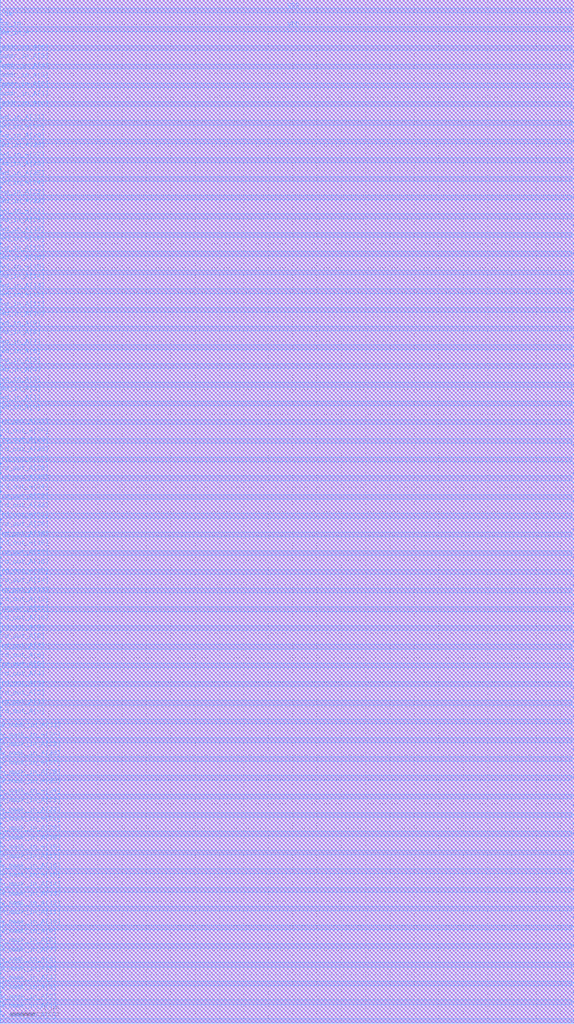
<source format=lef>
# Generated by FakeRAM 2.0
VERSION 5.7 ;
BUSBITCHARS "[]" ;
PROPERTYDEFINITIONS
  MACRO width INTEGER ;
  MACRO depth INTEGER ;
  MACRO banks INTEGER ;
END PROPERTYDEFINITIONS
MACRO fakeram7_dp_128x32
  PROPERTY width 32 ;
  PROPERTY depth 128 ;
  PROPERTY banks 2 ;
  FOREIGN fakeram7_dp_128x32 0 0 ;
  SYMMETRY X Y ;
  SIZE 11.780 BY 21.000 ;
  CLASS BLOCK ;
  PIN w_mask_in_A[0]
    DIRECTION INPUT ;
    USE SIGNAL ;
    SHAPE ABUTMENT ;
    PORT
      LAYER M4 ;
      RECT 0.000 0.048 0.024 0.072 ;
    END
  END w_mask_in_A[0]
  PIN w_mask_in_B[0]
    DIRECTION INPUT ;
    USE SIGNAL ;
    SHAPE ABUTMENT ;
    PORT
      LAYER M4 ;
      RECT 11.756 0.048 11.780 0.072 ;
    END
  END w_mask_in_B[0]
  PIN w_mask_in_A[1]
    DIRECTION INPUT ;
    USE SIGNAL ;
    SHAPE ABUTMENT ;
    PORT
      LAYER M4 ;
      RECT 0.000 0.240 0.024 0.264 ;
    END
  END w_mask_in_A[1]
  PIN w_mask_in_B[1]
    DIRECTION INPUT ;
    USE SIGNAL ;
    SHAPE ABUTMENT ;
    PORT
      LAYER M4 ;
      RECT 11.756 0.240 11.780 0.264 ;
    END
  END w_mask_in_B[1]
  PIN w_mask_in_A[2]
    DIRECTION INPUT ;
    USE SIGNAL ;
    SHAPE ABUTMENT ;
    PORT
      LAYER M4 ;
      RECT 0.000 0.432 0.024 0.456 ;
    END
  END w_mask_in_A[2]
  PIN w_mask_in_B[2]
    DIRECTION INPUT ;
    USE SIGNAL ;
    SHAPE ABUTMENT ;
    PORT
      LAYER M4 ;
      RECT 11.756 0.432 11.780 0.456 ;
    END
  END w_mask_in_B[2]
  PIN w_mask_in_A[3]
    DIRECTION INPUT ;
    USE SIGNAL ;
    SHAPE ABUTMENT ;
    PORT
      LAYER M4 ;
      RECT 0.000 0.624 0.024 0.648 ;
    END
  END w_mask_in_A[3]
  PIN w_mask_in_B[3]
    DIRECTION INPUT ;
    USE SIGNAL ;
    SHAPE ABUTMENT ;
    PORT
      LAYER M4 ;
      RECT 11.756 0.624 11.780 0.648 ;
    END
  END w_mask_in_B[3]
  PIN w_mask_in_A[4]
    DIRECTION INPUT ;
    USE SIGNAL ;
    SHAPE ABUTMENT ;
    PORT
      LAYER M4 ;
      RECT 0.000 0.816 0.024 0.840 ;
    END
  END w_mask_in_A[4]
  PIN w_mask_in_B[4]
    DIRECTION INPUT ;
    USE SIGNAL ;
    SHAPE ABUTMENT ;
    PORT
      LAYER M4 ;
      RECT 11.756 0.816 11.780 0.840 ;
    END
  END w_mask_in_B[4]
  PIN w_mask_in_A[5]
    DIRECTION INPUT ;
    USE SIGNAL ;
    SHAPE ABUTMENT ;
    PORT
      LAYER M4 ;
      RECT 0.000 1.008 0.024 1.032 ;
    END
  END w_mask_in_A[5]
  PIN w_mask_in_B[5]
    DIRECTION INPUT ;
    USE SIGNAL ;
    SHAPE ABUTMENT ;
    PORT
      LAYER M4 ;
      RECT 11.756 1.008 11.780 1.032 ;
    END
  END w_mask_in_B[5]
  PIN w_mask_in_A[6]
    DIRECTION INPUT ;
    USE SIGNAL ;
    SHAPE ABUTMENT ;
    PORT
      LAYER M4 ;
      RECT 0.000 1.200 0.024 1.224 ;
    END
  END w_mask_in_A[6]
  PIN w_mask_in_B[6]
    DIRECTION INPUT ;
    USE SIGNAL ;
    SHAPE ABUTMENT ;
    PORT
      LAYER M4 ;
      RECT 11.756 1.200 11.780 1.224 ;
    END
  END w_mask_in_B[6]
  PIN w_mask_in_A[7]
    DIRECTION INPUT ;
    USE SIGNAL ;
    SHAPE ABUTMENT ;
    PORT
      LAYER M4 ;
      RECT 0.000 1.392 0.024 1.416 ;
    END
  END w_mask_in_A[7]
  PIN w_mask_in_B[7]
    DIRECTION INPUT ;
    USE SIGNAL ;
    SHAPE ABUTMENT ;
    PORT
      LAYER M4 ;
      RECT 11.756 1.392 11.780 1.416 ;
    END
  END w_mask_in_B[7]
  PIN w_mask_in_A[8]
    DIRECTION INPUT ;
    USE SIGNAL ;
    SHAPE ABUTMENT ;
    PORT
      LAYER M4 ;
      RECT 0.000 1.584 0.024 1.608 ;
    END
  END w_mask_in_A[8]
  PIN w_mask_in_B[8]
    DIRECTION INPUT ;
    USE SIGNAL ;
    SHAPE ABUTMENT ;
    PORT
      LAYER M4 ;
      RECT 11.756 1.584 11.780 1.608 ;
    END
  END w_mask_in_B[8]
  PIN w_mask_in_A[9]
    DIRECTION INPUT ;
    USE SIGNAL ;
    SHAPE ABUTMENT ;
    PORT
      LAYER M4 ;
      RECT 0.000 1.776 0.024 1.800 ;
    END
  END w_mask_in_A[9]
  PIN w_mask_in_B[9]
    DIRECTION INPUT ;
    USE SIGNAL ;
    SHAPE ABUTMENT ;
    PORT
      LAYER M4 ;
      RECT 11.756 1.776 11.780 1.800 ;
    END
  END w_mask_in_B[9]
  PIN w_mask_in_A[10]
    DIRECTION INPUT ;
    USE SIGNAL ;
    SHAPE ABUTMENT ;
    PORT
      LAYER M4 ;
      RECT 0.000 1.968 0.024 1.992 ;
    END
  END w_mask_in_A[10]
  PIN w_mask_in_B[10]
    DIRECTION INPUT ;
    USE SIGNAL ;
    SHAPE ABUTMENT ;
    PORT
      LAYER M4 ;
      RECT 11.756 1.968 11.780 1.992 ;
    END
  END w_mask_in_B[10]
  PIN w_mask_in_A[11]
    DIRECTION INPUT ;
    USE SIGNAL ;
    SHAPE ABUTMENT ;
    PORT
      LAYER M4 ;
      RECT 0.000 2.160 0.024 2.184 ;
    END
  END w_mask_in_A[11]
  PIN w_mask_in_B[11]
    DIRECTION INPUT ;
    USE SIGNAL ;
    SHAPE ABUTMENT ;
    PORT
      LAYER M4 ;
      RECT 11.756 2.160 11.780 2.184 ;
    END
  END w_mask_in_B[11]
  PIN w_mask_in_A[12]
    DIRECTION INPUT ;
    USE SIGNAL ;
    SHAPE ABUTMENT ;
    PORT
      LAYER M4 ;
      RECT 0.000 2.352 0.024 2.376 ;
    END
  END w_mask_in_A[12]
  PIN w_mask_in_B[12]
    DIRECTION INPUT ;
    USE SIGNAL ;
    SHAPE ABUTMENT ;
    PORT
      LAYER M4 ;
      RECT 11.756 2.352 11.780 2.376 ;
    END
  END w_mask_in_B[12]
  PIN w_mask_in_A[13]
    DIRECTION INPUT ;
    USE SIGNAL ;
    SHAPE ABUTMENT ;
    PORT
      LAYER M4 ;
      RECT 0.000 2.544 0.024 2.568 ;
    END
  END w_mask_in_A[13]
  PIN w_mask_in_B[13]
    DIRECTION INPUT ;
    USE SIGNAL ;
    SHAPE ABUTMENT ;
    PORT
      LAYER M4 ;
      RECT 11.756 2.544 11.780 2.568 ;
    END
  END w_mask_in_B[13]
  PIN w_mask_in_A[14]
    DIRECTION INPUT ;
    USE SIGNAL ;
    SHAPE ABUTMENT ;
    PORT
      LAYER M4 ;
      RECT 0.000 2.736 0.024 2.760 ;
    END
  END w_mask_in_A[14]
  PIN w_mask_in_B[14]
    DIRECTION INPUT ;
    USE SIGNAL ;
    SHAPE ABUTMENT ;
    PORT
      LAYER M4 ;
      RECT 11.756 2.736 11.780 2.760 ;
    END
  END w_mask_in_B[14]
  PIN w_mask_in_A[15]
    DIRECTION INPUT ;
    USE SIGNAL ;
    SHAPE ABUTMENT ;
    PORT
      LAYER M4 ;
      RECT 0.000 2.928 0.024 2.952 ;
    END
  END w_mask_in_A[15]
  PIN w_mask_in_B[15]
    DIRECTION INPUT ;
    USE SIGNAL ;
    SHAPE ABUTMENT ;
    PORT
      LAYER M4 ;
      RECT 11.756 2.928 11.780 2.952 ;
    END
  END w_mask_in_B[15]
  PIN w_mask_in_A[16]
    DIRECTION INPUT ;
    USE SIGNAL ;
    SHAPE ABUTMENT ;
    PORT
      LAYER M4 ;
      RECT 0.000 3.120 0.024 3.144 ;
    END
  END w_mask_in_A[16]
  PIN w_mask_in_B[16]
    DIRECTION INPUT ;
    USE SIGNAL ;
    SHAPE ABUTMENT ;
    PORT
      LAYER M4 ;
      RECT 11.756 3.120 11.780 3.144 ;
    END
  END w_mask_in_B[16]
  PIN w_mask_in_A[17]
    DIRECTION INPUT ;
    USE SIGNAL ;
    SHAPE ABUTMENT ;
    PORT
      LAYER M4 ;
      RECT 0.000 3.312 0.024 3.336 ;
    END
  END w_mask_in_A[17]
  PIN w_mask_in_B[17]
    DIRECTION INPUT ;
    USE SIGNAL ;
    SHAPE ABUTMENT ;
    PORT
      LAYER M4 ;
      RECT 11.756 3.312 11.780 3.336 ;
    END
  END w_mask_in_B[17]
  PIN w_mask_in_A[18]
    DIRECTION INPUT ;
    USE SIGNAL ;
    SHAPE ABUTMENT ;
    PORT
      LAYER M4 ;
      RECT 0.000 3.504 0.024 3.528 ;
    END
  END w_mask_in_A[18]
  PIN w_mask_in_B[18]
    DIRECTION INPUT ;
    USE SIGNAL ;
    SHAPE ABUTMENT ;
    PORT
      LAYER M4 ;
      RECT 11.756 3.504 11.780 3.528 ;
    END
  END w_mask_in_B[18]
  PIN w_mask_in_A[19]
    DIRECTION INPUT ;
    USE SIGNAL ;
    SHAPE ABUTMENT ;
    PORT
      LAYER M4 ;
      RECT 0.000 3.696 0.024 3.720 ;
    END
  END w_mask_in_A[19]
  PIN w_mask_in_B[19]
    DIRECTION INPUT ;
    USE SIGNAL ;
    SHAPE ABUTMENT ;
    PORT
      LAYER M4 ;
      RECT 11.756 3.696 11.780 3.720 ;
    END
  END w_mask_in_B[19]
  PIN w_mask_in_A[20]
    DIRECTION INPUT ;
    USE SIGNAL ;
    SHAPE ABUTMENT ;
    PORT
      LAYER M4 ;
      RECT 0.000 3.888 0.024 3.912 ;
    END
  END w_mask_in_A[20]
  PIN w_mask_in_B[20]
    DIRECTION INPUT ;
    USE SIGNAL ;
    SHAPE ABUTMENT ;
    PORT
      LAYER M4 ;
      RECT 11.756 3.888 11.780 3.912 ;
    END
  END w_mask_in_B[20]
  PIN w_mask_in_A[21]
    DIRECTION INPUT ;
    USE SIGNAL ;
    SHAPE ABUTMENT ;
    PORT
      LAYER M4 ;
      RECT 0.000 4.080 0.024 4.104 ;
    END
  END w_mask_in_A[21]
  PIN w_mask_in_B[21]
    DIRECTION INPUT ;
    USE SIGNAL ;
    SHAPE ABUTMENT ;
    PORT
      LAYER M4 ;
      RECT 11.756 4.080 11.780 4.104 ;
    END
  END w_mask_in_B[21]
  PIN w_mask_in_A[22]
    DIRECTION INPUT ;
    USE SIGNAL ;
    SHAPE ABUTMENT ;
    PORT
      LAYER M4 ;
      RECT 0.000 4.272 0.024 4.296 ;
    END
  END w_mask_in_A[22]
  PIN w_mask_in_B[22]
    DIRECTION INPUT ;
    USE SIGNAL ;
    SHAPE ABUTMENT ;
    PORT
      LAYER M4 ;
      RECT 11.756 4.272 11.780 4.296 ;
    END
  END w_mask_in_B[22]
  PIN w_mask_in_A[23]
    DIRECTION INPUT ;
    USE SIGNAL ;
    SHAPE ABUTMENT ;
    PORT
      LAYER M4 ;
      RECT 0.000 4.464 0.024 4.488 ;
    END
  END w_mask_in_A[23]
  PIN w_mask_in_B[23]
    DIRECTION INPUT ;
    USE SIGNAL ;
    SHAPE ABUTMENT ;
    PORT
      LAYER M4 ;
      RECT 11.756 4.464 11.780 4.488 ;
    END
  END w_mask_in_B[23]
  PIN w_mask_in_A[24]
    DIRECTION INPUT ;
    USE SIGNAL ;
    SHAPE ABUTMENT ;
    PORT
      LAYER M4 ;
      RECT 0.000 4.656 0.024 4.680 ;
    END
  END w_mask_in_A[24]
  PIN w_mask_in_B[24]
    DIRECTION INPUT ;
    USE SIGNAL ;
    SHAPE ABUTMENT ;
    PORT
      LAYER M4 ;
      RECT 11.756 4.656 11.780 4.680 ;
    END
  END w_mask_in_B[24]
  PIN w_mask_in_A[25]
    DIRECTION INPUT ;
    USE SIGNAL ;
    SHAPE ABUTMENT ;
    PORT
      LAYER M4 ;
      RECT 0.000 4.848 0.024 4.872 ;
    END
  END w_mask_in_A[25]
  PIN w_mask_in_B[25]
    DIRECTION INPUT ;
    USE SIGNAL ;
    SHAPE ABUTMENT ;
    PORT
      LAYER M4 ;
      RECT 11.756 4.848 11.780 4.872 ;
    END
  END w_mask_in_B[25]
  PIN w_mask_in_A[26]
    DIRECTION INPUT ;
    USE SIGNAL ;
    SHAPE ABUTMENT ;
    PORT
      LAYER M4 ;
      RECT 0.000 5.040 0.024 5.064 ;
    END
  END w_mask_in_A[26]
  PIN w_mask_in_B[26]
    DIRECTION INPUT ;
    USE SIGNAL ;
    SHAPE ABUTMENT ;
    PORT
      LAYER M4 ;
      RECT 11.756 5.040 11.780 5.064 ;
    END
  END w_mask_in_B[26]
  PIN w_mask_in_A[27]
    DIRECTION INPUT ;
    USE SIGNAL ;
    SHAPE ABUTMENT ;
    PORT
      LAYER M4 ;
      RECT 0.000 5.232 0.024 5.256 ;
    END
  END w_mask_in_A[27]
  PIN w_mask_in_B[27]
    DIRECTION INPUT ;
    USE SIGNAL ;
    SHAPE ABUTMENT ;
    PORT
      LAYER M4 ;
      RECT 11.756 5.232 11.780 5.256 ;
    END
  END w_mask_in_B[27]
  PIN w_mask_in_A[28]
    DIRECTION INPUT ;
    USE SIGNAL ;
    SHAPE ABUTMENT ;
    PORT
      LAYER M4 ;
      RECT 0.000 5.424 0.024 5.448 ;
    END
  END w_mask_in_A[28]
  PIN w_mask_in_B[28]
    DIRECTION INPUT ;
    USE SIGNAL ;
    SHAPE ABUTMENT ;
    PORT
      LAYER M4 ;
      RECT 11.756 5.424 11.780 5.448 ;
    END
  END w_mask_in_B[28]
  PIN w_mask_in_A[29]
    DIRECTION INPUT ;
    USE SIGNAL ;
    SHAPE ABUTMENT ;
    PORT
      LAYER M4 ;
      RECT 0.000 5.616 0.024 5.640 ;
    END
  END w_mask_in_A[29]
  PIN w_mask_in_B[29]
    DIRECTION INPUT ;
    USE SIGNAL ;
    SHAPE ABUTMENT ;
    PORT
      LAYER M4 ;
      RECT 11.756 5.616 11.780 5.640 ;
    END
  END w_mask_in_B[29]
  PIN w_mask_in_A[30]
    DIRECTION INPUT ;
    USE SIGNAL ;
    SHAPE ABUTMENT ;
    PORT
      LAYER M4 ;
      RECT 0.000 5.808 0.024 5.832 ;
    END
  END w_mask_in_A[30]
  PIN w_mask_in_B[30]
    DIRECTION INPUT ;
    USE SIGNAL ;
    SHAPE ABUTMENT ;
    PORT
      LAYER M4 ;
      RECT 11.756 5.808 11.780 5.832 ;
    END
  END w_mask_in_B[30]
  PIN w_mask_in_A[31]
    DIRECTION INPUT ;
    USE SIGNAL ;
    SHAPE ABUTMENT ;
    PORT
      LAYER M4 ;
      RECT 0.000 6.000 0.024 6.024 ;
    END
  END w_mask_in_A[31]
  PIN w_mask_in_B[31]
    DIRECTION INPUT ;
    USE SIGNAL ;
    SHAPE ABUTMENT ;
    PORT
      LAYER M4 ;
      RECT 11.756 6.000 11.780 6.024 ;
    END
  END w_mask_in_B[31]
  PIN rd_out_A[0]
    DIRECTION OUTPUT ;
    USE SIGNAL ;
    SHAPE ABUTMENT ;
    PORT
      LAYER M4 ;
      RECT 0.000 6.288 0.024 6.312 ;
    END
  END rd_out_A[0]
  PIN rd_out_B[0]
    DIRECTION OUTPUT ;
    USE SIGNAL ;
    SHAPE ABUTMENT ;
    PORT
      LAYER M4 ;
      RECT 11.756 6.288 11.780 6.312 ;
    END
  END rd_out_B[0]
  PIN rd_out_A[1]
    DIRECTION OUTPUT ;
    USE SIGNAL ;
    SHAPE ABUTMENT ;
    PORT
      LAYER M4 ;
      RECT 0.000 6.480 0.024 6.504 ;
    END
  END rd_out_A[1]
  PIN rd_out_B[1]
    DIRECTION OUTPUT ;
    USE SIGNAL ;
    SHAPE ABUTMENT ;
    PORT
      LAYER M4 ;
      RECT 11.756 6.480 11.780 6.504 ;
    END
  END rd_out_B[1]
  PIN rd_out_A[2]
    DIRECTION OUTPUT ;
    USE SIGNAL ;
    SHAPE ABUTMENT ;
    PORT
      LAYER M4 ;
      RECT 0.000 6.672 0.024 6.696 ;
    END
  END rd_out_A[2]
  PIN rd_out_B[2]
    DIRECTION OUTPUT ;
    USE SIGNAL ;
    SHAPE ABUTMENT ;
    PORT
      LAYER M4 ;
      RECT 11.756 6.672 11.780 6.696 ;
    END
  END rd_out_B[2]
  PIN rd_out_A[3]
    DIRECTION OUTPUT ;
    USE SIGNAL ;
    SHAPE ABUTMENT ;
    PORT
      LAYER M4 ;
      RECT 0.000 6.864 0.024 6.888 ;
    END
  END rd_out_A[3]
  PIN rd_out_B[3]
    DIRECTION OUTPUT ;
    USE SIGNAL ;
    SHAPE ABUTMENT ;
    PORT
      LAYER M4 ;
      RECT 11.756 6.864 11.780 6.888 ;
    END
  END rd_out_B[3]
  PIN rd_out_A[4]
    DIRECTION OUTPUT ;
    USE SIGNAL ;
    SHAPE ABUTMENT ;
    PORT
      LAYER M4 ;
      RECT 0.000 7.056 0.024 7.080 ;
    END
  END rd_out_A[4]
  PIN rd_out_B[4]
    DIRECTION OUTPUT ;
    USE SIGNAL ;
    SHAPE ABUTMENT ;
    PORT
      LAYER M4 ;
      RECT 11.756 7.056 11.780 7.080 ;
    END
  END rd_out_B[4]
  PIN rd_out_A[5]
    DIRECTION OUTPUT ;
    USE SIGNAL ;
    SHAPE ABUTMENT ;
    PORT
      LAYER M4 ;
      RECT 0.000 7.248 0.024 7.272 ;
    END
  END rd_out_A[5]
  PIN rd_out_B[5]
    DIRECTION OUTPUT ;
    USE SIGNAL ;
    SHAPE ABUTMENT ;
    PORT
      LAYER M4 ;
      RECT 11.756 7.248 11.780 7.272 ;
    END
  END rd_out_B[5]
  PIN rd_out_A[6]
    DIRECTION OUTPUT ;
    USE SIGNAL ;
    SHAPE ABUTMENT ;
    PORT
      LAYER M4 ;
      RECT 0.000 7.440 0.024 7.464 ;
    END
  END rd_out_A[6]
  PIN rd_out_B[6]
    DIRECTION OUTPUT ;
    USE SIGNAL ;
    SHAPE ABUTMENT ;
    PORT
      LAYER M4 ;
      RECT 11.756 7.440 11.780 7.464 ;
    END
  END rd_out_B[6]
  PIN rd_out_A[7]
    DIRECTION OUTPUT ;
    USE SIGNAL ;
    SHAPE ABUTMENT ;
    PORT
      LAYER M4 ;
      RECT 0.000 7.632 0.024 7.656 ;
    END
  END rd_out_A[7]
  PIN rd_out_B[7]
    DIRECTION OUTPUT ;
    USE SIGNAL ;
    SHAPE ABUTMENT ;
    PORT
      LAYER M4 ;
      RECT 11.756 7.632 11.780 7.656 ;
    END
  END rd_out_B[7]
  PIN rd_out_A[8]
    DIRECTION OUTPUT ;
    USE SIGNAL ;
    SHAPE ABUTMENT ;
    PORT
      LAYER M4 ;
      RECT 0.000 7.824 0.024 7.848 ;
    END
  END rd_out_A[8]
  PIN rd_out_B[8]
    DIRECTION OUTPUT ;
    USE SIGNAL ;
    SHAPE ABUTMENT ;
    PORT
      LAYER M4 ;
      RECT 11.756 7.824 11.780 7.848 ;
    END
  END rd_out_B[8]
  PIN rd_out_A[9]
    DIRECTION OUTPUT ;
    USE SIGNAL ;
    SHAPE ABUTMENT ;
    PORT
      LAYER M4 ;
      RECT 0.000 8.016 0.024 8.040 ;
    END
  END rd_out_A[9]
  PIN rd_out_B[9]
    DIRECTION OUTPUT ;
    USE SIGNAL ;
    SHAPE ABUTMENT ;
    PORT
      LAYER M4 ;
      RECT 11.756 8.016 11.780 8.040 ;
    END
  END rd_out_B[9]
  PIN rd_out_A[10]
    DIRECTION OUTPUT ;
    USE SIGNAL ;
    SHAPE ABUTMENT ;
    PORT
      LAYER M4 ;
      RECT 0.000 8.208 0.024 8.232 ;
    END
  END rd_out_A[10]
  PIN rd_out_B[10]
    DIRECTION OUTPUT ;
    USE SIGNAL ;
    SHAPE ABUTMENT ;
    PORT
      LAYER M4 ;
      RECT 11.756 8.208 11.780 8.232 ;
    END
  END rd_out_B[10]
  PIN rd_out_A[11]
    DIRECTION OUTPUT ;
    USE SIGNAL ;
    SHAPE ABUTMENT ;
    PORT
      LAYER M4 ;
      RECT 0.000 8.400 0.024 8.424 ;
    END
  END rd_out_A[11]
  PIN rd_out_B[11]
    DIRECTION OUTPUT ;
    USE SIGNAL ;
    SHAPE ABUTMENT ;
    PORT
      LAYER M4 ;
      RECT 11.756 8.400 11.780 8.424 ;
    END
  END rd_out_B[11]
  PIN rd_out_A[12]
    DIRECTION OUTPUT ;
    USE SIGNAL ;
    SHAPE ABUTMENT ;
    PORT
      LAYER M4 ;
      RECT 0.000 8.592 0.024 8.616 ;
    END
  END rd_out_A[12]
  PIN rd_out_B[12]
    DIRECTION OUTPUT ;
    USE SIGNAL ;
    SHAPE ABUTMENT ;
    PORT
      LAYER M4 ;
      RECT 11.756 8.592 11.780 8.616 ;
    END
  END rd_out_B[12]
  PIN rd_out_A[13]
    DIRECTION OUTPUT ;
    USE SIGNAL ;
    SHAPE ABUTMENT ;
    PORT
      LAYER M4 ;
      RECT 0.000 8.784 0.024 8.808 ;
    END
  END rd_out_A[13]
  PIN rd_out_B[13]
    DIRECTION OUTPUT ;
    USE SIGNAL ;
    SHAPE ABUTMENT ;
    PORT
      LAYER M4 ;
      RECT 11.756 8.784 11.780 8.808 ;
    END
  END rd_out_B[13]
  PIN rd_out_A[14]
    DIRECTION OUTPUT ;
    USE SIGNAL ;
    SHAPE ABUTMENT ;
    PORT
      LAYER M4 ;
      RECT 0.000 8.976 0.024 9.000 ;
    END
  END rd_out_A[14]
  PIN rd_out_B[14]
    DIRECTION OUTPUT ;
    USE SIGNAL ;
    SHAPE ABUTMENT ;
    PORT
      LAYER M4 ;
      RECT 11.756 8.976 11.780 9.000 ;
    END
  END rd_out_B[14]
  PIN rd_out_A[15]
    DIRECTION OUTPUT ;
    USE SIGNAL ;
    SHAPE ABUTMENT ;
    PORT
      LAYER M4 ;
      RECT 0.000 9.168 0.024 9.192 ;
    END
  END rd_out_A[15]
  PIN rd_out_B[15]
    DIRECTION OUTPUT ;
    USE SIGNAL ;
    SHAPE ABUTMENT ;
    PORT
      LAYER M4 ;
      RECT 11.756 9.168 11.780 9.192 ;
    END
  END rd_out_B[15]
  PIN rd_out_A[16]
    DIRECTION OUTPUT ;
    USE SIGNAL ;
    SHAPE ABUTMENT ;
    PORT
      LAYER M4 ;
      RECT 0.000 9.360 0.024 9.384 ;
    END
  END rd_out_A[16]
  PIN rd_out_B[16]
    DIRECTION OUTPUT ;
    USE SIGNAL ;
    SHAPE ABUTMENT ;
    PORT
      LAYER M4 ;
      RECT 11.756 9.360 11.780 9.384 ;
    END
  END rd_out_B[16]
  PIN rd_out_A[17]
    DIRECTION OUTPUT ;
    USE SIGNAL ;
    SHAPE ABUTMENT ;
    PORT
      LAYER M4 ;
      RECT 0.000 9.552 0.024 9.576 ;
    END
  END rd_out_A[17]
  PIN rd_out_B[17]
    DIRECTION OUTPUT ;
    USE SIGNAL ;
    SHAPE ABUTMENT ;
    PORT
      LAYER M4 ;
      RECT 11.756 9.552 11.780 9.576 ;
    END
  END rd_out_B[17]
  PIN rd_out_A[18]
    DIRECTION OUTPUT ;
    USE SIGNAL ;
    SHAPE ABUTMENT ;
    PORT
      LAYER M4 ;
      RECT 0.000 9.744 0.024 9.768 ;
    END
  END rd_out_A[18]
  PIN rd_out_B[18]
    DIRECTION OUTPUT ;
    USE SIGNAL ;
    SHAPE ABUTMENT ;
    PORT
      LAYER M4 ;
      RECT 11.756 9.744 11.780 9.768 ;
    END
  END rd_out_B[18]
  PIN rd_out_A[19]
    DIRECTION OUTPUT ;
    USE SIGNAL ;
    SHAPE ABUTMENT ;
    PORT
      LAYER M4 ;
      RECT 0.000 9.936 0.024 9.960 ;
    END
  END rd_out_A[19]
  PIN rd_out_B[19]
    DIRECTION OUTPUT ;
    USE SIGNAL ;
    SHAPE ABUTMENT ;
    PORT
      LAYER M4 ;
      RECT 11.756 9.936 11.780 9.960 ;
    END
  END rd_out_B[19]
  PIN rd_out_A[20]
    DIRECTION OUTPUT ;
    USE SIGNAL ;
    SHAPE ABUTMENT ;
    PORT
      LAYER M4 ;
      RECT 0.000 10.128 0.024 10.152 ;
    END
  END rd_out_A[20]
  PIN rd_out_B[20]
    DIRECTION OUTPUT ;
    USE SIGNAL ;
    SHAPE ABUTMENT ;
    PORT
      LAYER M4 ;
      RECT 11.756 10.128 11.780 10.152 ;
    END
  END rd_out_B[20]
  PIN rd_out_A[21]
    DIRECTION OUTPUT ;
    USE SIGNAL ;
    SHAPE ABUTMENT ;
    PORT
      LAYER M4 ;
      RECT 0.000 10.320 0.024 10.344 ;
    END
  END rd_out_A[21]
  PIN rd_out_B[21]
    DIRECTION OUTPUT ;
    USE SIGNAL ;
    SHAPE ABUTMENT ;
    PORT
      LAYER M4 ;
      RECT 11.756 10.320 11.780 10.344 ;
    END
  END rd_out_B[21]
  PIN rd_out_A[22]
    DIRECTION OUTPUT ;
    USE SIGNAL ;
    SHAPE ABUTMENT ;
    PORT
      LAYER M4 ;
      RECT 0.000 10.512 0.024 10.536 ;
    END
  END rd_out_A[22]
  PIN rd_out_B[22]
    DIRECTION OUTPUT ;
    USE SIGNAL ;
    SHAPE ABUTMENT ;
    PORT
      LAYER M4 ;
      RECT 11.756 10.512 11.780 10.536 ;
    END
  END rd_out_B[22]
  PIN rd_out_A[23]
    DIRECTION OUTPUT ;
    USE SIGNAL ;
    SHAPE ABUTMENT ;
    PORT
      LAYER M4 ;
      RECT 0.000 10.704 0.024 10.728 ;
    END
  END rd_out_A[23]
  PIN rd_out_B[23]
    DIRECTION OUTPUT ;
    USE SIGNAL ;
    SHAPE ABUTMENT ;
    PORT
      LAYER M4 ;
      RECT 11.756 10.704 11.780 10.728 ;
    END
  END rd_out_B[23]
  PIN rd_out_A[24]
    DIRECTION OUTPUT ;
    USE SIGNAL ;
    SHAPE ABUTMENT ;
    PORT
      LAYER M4 ;
      RECT 0.000 10.896 0.024 10.920 ;
    END
  END rd_out_A[24]
  PIN rd_out_B[24]
    DIRECTION OUTPUT ;
    USE SIGNAL ;
    SHAPE ABUTMENT ;
    PORT
      LAYER M4 ;
      RECT 11.756 10.896 11.780 10.920 ;
    END
  END rd_out_B[24]
  PIN rd_out_A[25]
    DIRECTION OUTPUT ;
    USE SIGNAL ;
    SHAPE ABUTMENT ;
    PORT
      LAYER M4 ;
      RECT 0.000 11.088 0.024 11.112 ;
    END
  END rd_out_A[25]
  PIN rd_out_B[25]
    DIRECTION OUTPUT ;
    USE SIGNAL ;
    SHAPE ABUTMENT ;
    PORT
      LAYER M4 ;
      RECT 11.756 11.088 11.780 11.112 ;
    END
  END rd_out_B[25]
  PIN rd_out_A[26]
    DIRECTION OUTPUT ;
    USE SIGNAL ;
    SHAPE ABUTMENT ;
    PORT
      LAYER M4 ;
      RECT 0.000 11.280 0.024 11.304 ;
    END
  END rd_out_A[26]
  PIN rd_out_B[26]
    DIRECTION OUTPUT ;
    USE SIGNAL ;
    SHAPE ABUTMENT ;
    PORT
      LAYER M4 ;
      RECT 11.756 11.280 11.780 11.304 ;
    END
  END rd_out_B[26]
  PIN rd_out_A[27]
    DIRECTION OUTPUT ;
    USE SIGNAL ;
    SHAPE ABUTMENT ;
    PORT
      LAYER M4 ;
      RECT 0.000 11.472 0.024 11.496 ;
    END
  END rd_out_A[27]
  PIN rd_out_B[27]
    DIRECTION OUTPUT ;
    USE SIGNAL ;
    SHAPE ABUTMENT ;
    PORT
      LAYER M4 ;
      RECT 11.756 11.472 11.780 11.496 ;
    END
  END rd_out_B[27]
  PIN rd_out_A[28]
    DIRECTION OUTPUT ;
    USE SIGNAL ;
    SHAPE ABUTMENT ;
    PORT
      LAYER M4 ;
      RECT 0.000 11.664 0.024 11.688 ;
    END
  END rd_out_A[28]
  PIN rd_out_B[28]
    DIRECTION OUTPUT ;
    USE SIGNAL ;
    SHAPE ABUTMENT ;
    PORT
      LAYER M4 ;
      RECT 11.756 11.664 11.780 11.688 ;
    END
  END rd_out_B[28]
  PIN rd_out_A[29]
    DIRECTION OUTPUT ;
    USE SIGNAL ;
    SHAPE ABUTMENT ;
    PORT
      LAYER M4 ;
      RECT 0.000 11.856 0.024 11.880 ;
    END
  END rd_out_A[29]
  PIN rd_out_B[29]
    DIRECTION OUTPUT ;
    USE SIGNAL ;
    SHAPE ABUTMENT ;
    PORT
      LAYER M4 ;
      RECT 11.756 11.856 11.780 11.880 ;
    END
  END rd_out_B[29]
  PIN rd_out_A[30]
    DIRECTION OUTPUT ;
    USE SIGNAL ;
    SHAPE ABUTMENT ;
    PORT
      LAYER M4 ;
      RECT 0.000 12.048 0.024 12.072 ;
    END
  END rd_out_A[30]
  PIN rd_out_B[30]
    DIRECTION OUTPUT ;
    USE SIGNAL ;
    SHAPE ABUTMENT ;
    PORT
      LAYER M4 ;
      RECT 11.756 12.048 11.780 12.072 ;
    END
  END rd_out_B[30]
  PIN rd_out_A[31]
    DIRECTION OUTPUT ;
    USE SIGNAL ;
    SHAPE ABUTMENT ;
    PORT
      LAYER M4 ;
      RECT 0.000 12.240 0.024 12.264 ;
    END
  END rd_out_A[31]
  PIN rd_out_B[31]
    DIRECTION OUTPUT ;
    USE SIGNAL ;
    SHAPE ABUTMENT ;
    PORT
      LAYER M4 ;
      RECT 11.756 12.240 11.780 12.264 ;
    END
  END rd_out_B[31]
  PIN wd_in_A[0]
    DIRECTION INPUT ;
    USE SIGNAL ;
    SHAPE ABUTMENT ;
    PORT
      LAYER M4 ;
      RECT 0.000 12.528 0.024 12.552 ;
    END
  END wd_in_A[0]
  PIN wd_in_B[0]
    DIRECTION INPUT ;
    USE SIGNAL ;
    SHAPE ABUTMENT ;
    PORT
      LAYER M4 ;
      RECT 11.756 12.528 11.780 12.552 ;
    END
  END wd_in_B[0]
  PIN wd_in_A[1]
    DIRECTION INPUT ;
    USE SIGNAL ;
    SHAPE ABUTMENT ;
    PORT
      LAYER M4 ;
      RECT 0.000 12.720 0.024 12.744 ;
    END
  END wd_in_A[1]
  PIN wd_in_B[1]
    DIRECTION INPUT ;
    USE SIGNAL ;
    SHAPE ABUTMENT ;
    PORT
      LAYER M4 ;
      RECT 11.756 12.720 11.780 12.744 ;
    END
  END wd_in_B[1]
  PIN wd_in_A[2]
    DIRECTION INPUT ;
    USE SIGNAL ;
    SHAPE ABUTMENT ;
    PORT
      LAYER M4 ;
      RECT 0.000 12.912 0.024 12.936 ;
    END
  END wd_in_A[2]
  PIN wd_in_B[2]
    DIRECTION INPUT ;
    USE SIGNAL ;
    SHAPE ABUTMENT ;
    PORT
      LAYER M4 ;
      RECT 11.756 12.912 11.780 12.936 ;
    END
  END wd_in_B[2]
  PIN wd_in_A[3]
    DIRECTION INPUT ;
    USE SIGNAL ;
    SHAPE ABUTMENT ;
    PORT
      LAYER M4 ;
      RECT 0.000 13.104 0.024 13.128 ;
    END
  END wd_in_A[3]
  PIN wd_in_B[3]
    DIRECTION INPUT ;
    USE SIGNAL ;
    SHAPE ABUTMENT ;
    PORT
      LAYER M4 ;
      RECT 11.756 13.104 11.780 13.128 ;
    END
  END wd_in_B[3]
  PIN wd_in_A[4]
    DIRECTION INPUT ;
    USE SIGNAL ;
    SHAPE ABUTMENT ;
    PORT
      LAYER M4 ;
      RECT 0.000 13.296 0.024 13.320 ;
    END
  END wd_in_A[4]
  PIN wd_in_B[4]
    DIRECTION INPUT ;
    USE SIGNAL ;
    SHAPE ABUTMENT ;
    PORT
      LAYER M4 ;
      RECT 11.756 13.296 11.780 13.320 ;
    END
  END wd_in_B[4]
  PIN wd_in_A[5]
    DIRECTION INPUT ;
    USE SIGNAL ;
    SHAPE ABUTMENT ;
    PORT
      LAYER M4 ;
      RECT 0.000 13.488 0.024 13.512 ;
    END
  END wd_in_A[5]
  PIN wd_in_B[5]
    DIRECTION INPUT ;
    USE SIGNAL ;
    SHAPE ABUTMENT ;
    PORT
      LAYER M4 ;
      RECT 11.756 13.488 11.780 13.512 ;
    END
  END wd_in_B[5]
  PIN wd_in_A[6]
    DIRECTION INPUT ;
    USE SIGNAL ;
    SHAPE ABUTMENT ;
    PORT
      LAYER M4 ;
      RECT 0.000 13.680 0.024 13.704 ;
    END
  END wd_in_A[6]
  PIN wd_in_B[6]
    DIRECTION INPUT ;
    USE SIGNAL ;
    SHAPE ABUTMENT ;
    PORT
      LAYER M4 ;
      RECT 11.756 13.680 11.780 13.704 ;
    END
  END wd_in_B[6]
  PIN wd_in_A[7]
    DIRECTION INPUT ;
    USE SIGNAL ;
    SHAPE ABUTMENT ;
    PORT
      LAYER M4 ;
      RECT 0.000 13.872 0.024 13.896 ;
    END
  END wd_in_A[7]
  PIN wd_in_B[7]
    DIRECTION INPUT ;
    USE SIGNAL ;
    SHAPE ABUTMENT ;
    PORT
      LAYER M4 ;
      RECT 11.756 13.872 11.780 13.896 ;
    END
  END wd_in_B[7]
  PIN wd_in_A[8]
    DIRECTION INPUT ;
    USE SIGNAL ;
    SHAPE ABUTMENT ;
    PORT
      LAYER M4 ;
      RECT 0.000 14.064 0.024 14.088 ;
    END
  END wd_in_A[8]
  PIN wd_in_B[8]
    DIRECTION INPUT ;
    USE SIGNAL ;
    SHAPE ABUTMENT ;
    PORT
      LAYER M4 ;
      RECT 11.756 14.064 11.780 14.088 ;
    END
  END wd_in_B[8]
  PIN wd_in_A[9]
    DIRECTION INPUT ;
    USE SIGNAL ;
    SHAPE ABUTMENT ;
    PORT
      LAYER M4 ;
      RECT 0.000 14.256 0.024 14.280 ;
    END
  END wd_in_A[9]
  PIN wd_in_B[9]
    DIRECTION INPUT ;
    USE SIGNAL ;
    SHAPE ABUTMENT ;
    PORT
      LAYER M4 ;
      RECT 11.756 14.256 11.780 14.280 ;
    END
  END wd_in_B[9]
  PIN wd_in_A[10]
    DIRECTION INPUT ;
    USE SIGNAL ;
    SHAPE ABUTMENT ;
    PORT
      LAYER M4 ;
      RECT 0.000 14.448 0.024 14.472 ;
    END
  END wd_in_A[10]
  PIN wd_in_B[10]
    DIRECTION INPUT ;
    USE SIGNAL ;
    SHAPE ABUTMENT ;
    PORT
      LAYER M4 ;
      RECT 11.756 14.448 11.780 14.472 ;
    END
  END wd_in_B[10]
  PIN wd_in_A[11]
    DIRECTION INPUT ;
    USE SIGNAL ;
    SHAPE ABUTMENT ;
    PORT
      LAYER M4 ;
      RECT 0.000 14.640 0.024 14.664 ;
    END
  END wd_in_A[11]
  PIN wd_in_B[11]
    DIRECTION INPUT ;
    USE SIGNAL ;
    SHAPE ABUTMENT ;
    PORT
      LAYER M4 ;
      RECT 11.756 14.640 11.780 14.664 ;
    END
  END wd_in_B[11]
  PIN wd_in_A[12]
    DIRECTION INPUT ;
    USE SIGNAL ;
    SHAPE ABUTMENT ;
    PORT
      LAYER M4 ;
      RECT 0.000 14.832 0.024 14.856 ;
    END
  END wd_in_A[12]
  PIN wd_in_B[12]
    DIRECTION INPUT ;
    USE SIGNAL ;
    SHAPE ABUTMENT ;
    PORT
      LAYER M4 ;
      RECT 11.756 14.832 11.780 14.856 ;
    END
  END wd_in_B[12]
  PIN wd_in_A[13]
    DIRECTION INPUT ;
    USE SIGNAL ;
    SHAPE ABUTMENT ;
    PORT
      LAYER M4 ;
      RECT 0.000 15.024 0.024 15.048 ;
    END
  END wd_in_A[13]
  PIN wd_in_B[13]
    DIRECTION INPUT ;
    USE SIGNAL ;
    SHAPE ABUTMENT ;
    PORT
      LAYER M4 ;
      RECT 11.756 15.024 11.780 15.048 ;
    END
  END wd_in_B[13]
  PIN wd_in_A[14]
    DIRECTION INPUT ;
    USE SIGNAL ;
    SHAPE ABUTMENT ;
    PORT
      LAYER M4 ;
      RECT 0.000 15.216 0.024 15.240 ;
    END
  END wd_in_A[14]
  PIN wd_in_B[14]
    DIRECTION INPUT ;
    USE SIGNAL ;
    SHAPE ABUTMENT ;
    PORT
      LAYER M4 ;
      RECT 11.756 15.216 11.780 15.240 ;
    END
  END wd_in_B[14]
  PIN wd_in_A[15]
    DIRECTION INPUT ;
    USE SIGNAL ;
    SHAPE ABUTMENT ;
    PORT
      LAYER M4 ;
      RECT 0.000 15.408 0.024 15.432 ;
    END
  END wd_in_A[15]
  PIN wd_in_B[15]
    DIRECTION INPUT ;
    USE SIGNAL ;
    SHAPE ABUTMENT ;
    PORT
      LAYER M4 ;
      RECT 11.756 15.408 11.780 15.432 ;
    END
  END wd_in_B[15]
  PIN wd_in_A[16]
    DIRECTION INPUT ;
    USE SIGNAL ;
    SHAPE ABUTMENT ;
    PORT
      LAYER M4 ;
      RECT 0.000 15.600 0.024 15.624 ;
    END
  END wd_in_A[16]
  PIN wd_in_B[16]
    DIRECTION INPUT ;
    USE SIGNAL ;
    SHAPE ABUTMENT ;
    PORT
      LAYER M4 ;
      RECT 11.756 15.600 11.780 15.624 ;
    END
  END wd_in_B[16]
  PIN wd_in_A[17]
    DIRECTION INPUT ;
    USE SIGNAL ;
    SHAPE ABUTMENT ;
    PORT
      LAYER M4 ;
      RECT 0.000 15.792 0.024 15.816 ;
    END
  END wd_in_A[17]
  PIN wd_in_B[17]
    DIRECTION INPUT ;
    USE SIGNAL ;
    SHAPE ABUTMENT ;
    PORT
      LAYER M4 ;
      RECT 11.756 15.792 11.780 15.816 ;
    END
  END wd_in_B[17]
  PIN wd_in_A[18]
    DIRECTION INPUT ;
    USE SIGNAL ;
    SHAPE ABUTMENT ;
    PORT
      LAYER M4 ;
      RECT 0.000 15.984 0.024 16.008 ;
    END
  END wd_in_A[18]
  PIN wd_in_B[18]
    DIRECTION INPUT ;
    USE SIGNAL ;
    SHAPE ABUTMENT ;
    PORT
      LAYER M4 ;
      RECT 11.756 15.984 11.780 16.008 ;
    END
  END wd_in_B[18]
  PIN wd_in_A[19]
    DIRECTION INPUT ;
    USE SIGNAL ;
    SHAPE ABUTMENT ;
    PORT
      LAYER M4 ;
      RECT 0.000 16.176 0.024 16.200 ;
    END
  END wd_in_A[19]
  PIN wd_in_B[19]
    DIRECTION INPUT ;
    USE SIGNAL ;
    SHAPE ABUTMENT ;
    PORT
      LAYER M4 ;
      RECT 11.756 16.176 11.780 16.200 ;
    END
  END wd_in_B[19]
  PIN wd_in_A[20]
    DIRECTION INPUT ;
    USE SIGNAL ;
    SHAPE ABUTMENT ;
    PORT
      LAYER M4 ;
      RECT 0.000 16.368 0.024 16.392 ;
    END
  END wd_in_A[20]
  PIN wd_in_B[20]
    DIRECTION INPUT ;
    USE SIGNAL ;
    SHAPE ABUTMENT ;
    PORT
      LAYER M4 ;
      RECT 11.756 16.368 11.780 16.392 ;
    END
  END wd_in_B[20]
  PIN wd_in_A[21]
    DIRECTION INPUT ;
    USE SIGNAL ;
    SHAPE ABUTMENT ;
    PORT
      LAYER M4 ;
      RECT 0.000 16.560 0.024 16.584 ;
    END
  END wd_in_A[21]
  PIN wd_in_B[21]
    DIRECTION INPUT ;
    USE SIGNAL ;
    SHAPE ABUTMENT ;
    PORT
      LAYER M4 ;
      RECT 11.756 16.560 11.780 16.584 ;
    END
  END wd_in_B[21]
  PIN wd_in_A[22]
    DIRECTION INPUT ;
    USE SIGNAL ;
    SHAPE ABUTMENT ;
    PORT
      LAYER M4 ;
      RECT 0.000 16.752 0.024 16.776 ;
    END
  END wd_in_A[22]
  PIN wd_in_B[22]
    DIRECTION INPUT ;
    USE SIGNAL ;
    SHAPE ABUTMENT ;
    PORT
      LAYER M4 ;
      RECT 11.756 16.752 11.780 16.776 ;
    END
  END wd_in_B[22]
  PIN wd_in_A[23]
    DIRECTION INPUT ;
    USE SIGNAL ;
    SHAPE ABUTMENT ;
    PORT
      LAYER M4 ;
      RECT 0.000 16.944 0.024 16.968 ;
    END
  END wd_in_A[23]
  PIN wd_in_B[23]
    DIRECTION INPUT ;
    USE SIGNAL ;
    SHAPE ABUTMENT ;
    PORT
      LAYER M4 ;
      RECT 11.756 16.944 11.780 16.968 ;
    END
  END wd_in_B[23]
  PIN wd_in_A[24]
    DIRECTION INPUT ;
    USE SIGNAL ;
    SHAPE ABUTMENT ;
    PORT
      LAYER M4 ;
      RECT 0.000 17.136 0.024 17.160 ;
    END
  END wd_in_A[24]
  PIN wd_in_B[24]
    DIRECTION INPUT ;
    USE SIGNAL ;
    SHAPE ABUTMENT ;
    PORT
      LAYER M4 ;
      RECT 11.756 17.136 11.780 17.160 ;
    END
  END wd_in_B[24]
  PIN wd_in_A[25]
    DIRECTION INPUT ;
    USE SIGNAL ;
    SHAPE ABUTMENT ;
    PORT
      LAYER M4 ;
      RECT 0.000 17.328 0.024 17.352 ;
    END
  END wd_in_A[25]
  PIN wd_in_B[25]
    DIRECTION INPUT ;
    USE SIGNAL ;
    SHAPE ABUTMENT ;
    PORT
      LAYER M4 ;
      RECT 11.756 17.328 11.780 17.352 ;
    END
  END wd_in_B[25]
  PIN wd_in_A[26]
    DIRECTION INPUT ;
    USE SIGNAL ;
    SHAPE ABUTMENT ;
    PORT
      LAYER M4 ;
      RECT 0.000 17.520 0.024 17.544 ;
    END
  END wd_in_A[26]
  PIN wd_in_B[26]
    DIRECTION INPUT ;
    USE SIGNAL ;
    SHAPE ABUTMENT ;
    PORT
      LAYER M4 ;
      RECT 11.756 17.520 11.780 17.544 ;
    END
  END wd_in_B[26]
  PIN wd_in_A[27]
    DIRECTION INPUT ;
    USE SIGNAL ;
    SHAPE ABUTMENT ;
    PORT
      LAYER M4 ;
      RECT 0.000 17.712 0.024 17.736 ;
    END
  END wd_in_A[27]
  PIN wd_in_B[27]
    DIRECTION INPUT ;
    USE SIGNAL ;
    SHAPE ABUTMENT ;
    PORT
      LAYER M4 ;
      RECT 11.756 17.712 11.780 17.736 ;
    END
  END wd_in_B[27]
  PIN wd_in_A[28]
    DIRECTION INPUT ;
    USE SIGNAL ;
    SHAPE ABUTMENT ;
    PORT
      LAYER M4 ;
      RECT 0.000 17.904 0.024 17.928 ;
    END
  END wd_in_A[28]
  PIN wd_in_B[28]
    DIRECTION INPUT ;
    USE SIGNAL ;
    SHAPE ABUTMENT ;
    PORT
      LAYER M4 ;
      RECT 11.756 17.904 11.780 17.928 ;
    END
  END wd_in_B[28]
  PIN wd_in_A[29]
    DIRECTION INPUT ;
    USE SIGNAL ;
    SHAPE ABUTMENT ;
    PORT
      LAYER M4 ;
      RECT 0.000 18.096 0.024 18.120 ;
    END
  END wd_in_A[29]
  PIN wd_in_B[29]
    DIRECTION INPUT ;
    USE SIGNAL ;
    SHAPE ABUTMENT ;
    PORT
      LAYER M4 ;
      RECT 11.756 18.096 11.780 18.120 ;
    END
  END wd_in_B[29]
  PIN wd_in_A[30]
    DIRECTION INPUT ;
    USE SIGNAL ;
    SHAPE ABUTMENT ;
    PORT
      LAYER M4 ;
      RECT 0.000 18.288 0.024 18.312 ;
    END
  END wd_in_A[30]
  PIN wd_in_B[30]
    DIRECTION INPUT ;
    USE SIGNAL ;
    SHAPE ABUTMENT ;
    PORT
      LAYER M4 ;
      RECT 11.756 18.288 11.780 18.312 ;
    END
  END wd_in_B[30]
  PIN wd_in_A[31]
    DIRECTION INPUT ;
    USE SIGNAL ;
    SHAPE ABUTMENT ;
    PORT
      LAYER M4 ;
      RECT 0.000 18.480 0.024 18.504 ;
    END
  END wd_in_A[31]
  PIN wd_in_B[31]
    DIRECTION INPUT ;
    USE SIGNAL ;
    SHAPE ABUTMENT ;
    PORT
      LAYER M4 ;
      RECT 11.756 18.480 11.780 18.504 ;
    END
  END wd_in_B[31]
  PIN addr_in_A[0]
    DIRECTION INPUT ;
    USE SIGNAL ;
    SHAPE ABUTMENT ;
    PORT
      LAYER M4 ;
      RECT 0.000 18.768 0.024 18.792 ;
    END
  END addr_in_A[0]
  PIN addr_in_B[0]
    DIRECTION INPUT ;
    USE SIGNAL ;
    SHAPE ABUTMENT ;
    PORT
      LAYER M4 ;
      RECT 11.756 18.768 11.780 18.792 ;
    END
  END addr_in_B[0]
  PIN addr_in_A[1]
    DIRECTION INPUT ;
    USE SIGNAL ;
    SHAPE ABUTMENT ;
    PORT
      LAYER M4 ;
      RECT 0.000 18.960 0.024 18.984 ;
    END
  END addr_in_A[1]
  PIN addr_in_B[1]
    DIRECTION INPUT ;
    USE SIGNAL ;
    SHAPE ABUTMENT ;
    PORT
      LAYER M4 ;
      RECT 11.756 18.960 11.780 18.984 ;
    END
  END addr_in_B[1]
  PIN addr_in_A[2]
    DIRECTION INPUT ;
    USE SIGNAL ;
    SHAPE ABUTMENT ;
    PORT
      LAYER M4 ;
      RECT 0.000 19.152 0.024 19.176 ;
    END
  END addr_in_A[2]
  PIN addr_in_B[2]
    DIRECTION INPUT ;
    USE SIGNAL ;
    SHAPE ABUTMENT ;
    PORT
      LAYER M4 ;
      RECT 11.756 19.152 11.780 19.176 ;
    END
  END addr_in_B[2]
  PIN addr_in_A[3]
    DIRECTION INPUT ;
    USE SIGNAL ;
    SHAPE ABUTMENT ;
    PORT
      LAYER M4 ;
      RECT 0.000 19.344 0.024 19.368 ;
    END
  END addr_in_A[3]
  PIN addr_in_B[3]
    DIRECTION INPUT ;
    USE SIGNAL ;
    SHAPE ABUTMENT ;
    PORT
      LAYER M4 ;
      RECT 11.756 19.344 11.780 19.368 ;
    END
  END addr_in_B[3]
  PIN addr_in_A[4]
    DIRECTION INPUT ;
    USE SIGNAL ;
    SHAPE ABUTMENT ;
    PORT
      LAYER M4 ;
      RECT 0.000 19.536 0.024 19.560 ;
    END
  END addr_in_A[4]
  PIN addr_in_B[4]
    DIRECTION INPUT ;
    USE SIGNAL ;
    SHAPE ABUTMENT ;
    PORT
      LAYER M4 ;
      RECT 11.756 19.536 11.780 19.560 ;
    END
  END addr_in_B[4]
  PIN addr_in_A[5]
    DIRECTION INPUT ;
    USE SIGNAL ;
    SHAPE ABUTMENT ;
    PORT
      LAYER M4 ;
      RECT 0.000 19.728 0.024 19.752 ;
    END
  END addr_in_A[5]
  PIN addr_in_B[5]
    DIRECTION INPUT ;
    USE SIGNAL ;
    SHAPE ABUTMENT ;
    PORT
      LAYER M4 ;
      RECT 11.756 19.728 11.780 19.752 ;
    END
  END addr_in_B[5]
  PIN addr_in_A[6]
    DIRECTION INPUT ;
    USE SIGNAL ;
    SHAPE ABUTMENT ;
    PORT
      LAYER M4 ;
      RECT 0.000 19.920 0.024 19.944 ;
    END
  END addr_in_A[6]
  PIN addr_in_B[6]
    DIRECTION INPUT ;
    USE SIGNAL ;
    SHAPE ABUTMENT ;
    PORT
      LAYER M4 ;
      RECT 11.756 19.920 11.780 19.944 ;
    END
  END addr_in_B[6]
  PIN we_in_A
    DIRECTION INPUT ;
    USE SIGNAL ;
    SHAPE ABUTMENT ;
    PORT
      LAYER M4 ;
      RECT 0.000 20.208 0.024 20.232 ;
    END
  END we_in_A
  PIN we_in_B
    DIRECTION INPUT ;
    USE SIGNAL ;
    SHAPE ABUTMENT ;
    PORT
      LAYER M4 ;
      RECT 11.756 20.208 11.780 20.232 ;
    END
  END we_in_B
  PIN ce_in
    DIRECTION INPUT ;
    USE SIGNAL ;
    SHAPE ABUTMENT ;
    PORT
      LAYER M4 ;
      RECT 0.000 20.400 0.024 20.424 ;
    END
  END ce_in
  PIN clk
    DIRECTION INPUT ;
    USE SIGNAL ;
    SHAPE ABUTMENT ;
    PORT
      LAYER M4 ;
      RECT 0.000 20.592 0.024 20.616 ;
    END
  END clk
  PIN VSS
    DIRECTION INOUT ;
    USE GROUND ;
    PORT
      LAYER M4 ;
      RECT 0.048 0.000 11.732 0.096 ;
      RECT 0.048 0.768 11.732 0.864 ;
      RECT 0.048 1.536 11.732 1.632 ;
      RECT 0.048 2.304 11.732 2.400 ;
      RECT 0.048 3.072 11.732 3.168 ;
      RECT 0.048 3.840 11.732 3.936 ;
      RECT 0.048 4.608 11.732 4.704 ;
      RECT 0.048 5.376 11.732 5.472 ;
      RECT 0.048 6.144 11.732 6.240 ;
      RECT 0.048 6.912 11.732 7.008 ;
      RECT 0.048 7.680 11.732 7.776 ;
      RECT 0.048 8.448 11.732 8.544 ;
      RECT 0.048 9.216 11.732 9.312 ;
      RECT 0.048 9.984 11.732 10.080 ;
      RECT 0.048 10.752 11.732 10.848 ;
      RECT 0.048 11.520 11.732 11.616 ;
      RECT 0.048 12.288 11.732 12.384 ;
      RECT 0.048 13.056 11.732 13.152 ;
      RECT 0.048 13.824 11.732 13.920 ;
      RECT 0.048 14.592 11.732 14.688 ;
      RECT 0.048 15.360 11.732 15.456 ;
      RECT 0.048 16.128 11.732 16.224 ;
      RECT 0.048 16.896 11.732 16.992 ;
      RECT 0.048 17.664 11.732 17.760 ;
      RECT 0.048 18.432 11.732 18.528 ;
      RECT 0.048 19.200 11.732 19.296 ;
      RECT 0.048 19.968 11.732 20.064 ;
      RECT 0.048 20.736 11.732 20.832 ;
    END
  END VSS
  PIN VDD
    DIRECTION INOUT ;
    USE POWER ;
    PORT
      LAYER M4 ;
      RECT 0.048 0.384 11.732 0.480 ;
      RECT 0.048 1.152 11.732 1.248 ;
      RECT 0.048 1.920 11.732 2.016 ;
      RECT 0.048 2.688 11.732 2.784 ;
      RECT 0.048 3.456 11.732 3.552 ;
      RECT 0.048 4.224 11.732 4.320 ;
      RECT 0.048 4.992 11.732 5.088 ;
      RECT 0.048 5.760 11.732 5.856 ;
      RECT 0.048 6.528 11.732 6.624 ;
      RECT 0.048 7.296 11.732 7.392 ;
      RECT 0.048 8.064 11.732 8.160 ;
      RECT 0.048 8.832 11.732 8.928 ;
      RECT 0.048 9.600 11.732 9.696 ;
      RECT 0.048 10.368 11.732 10.464 ;
      RECT 0.048 11.136 11.732 11.232 ;
      RECT 0.048 11.904 11.732 12.000 ;
      RECT 0.048 12.672 11.732 12.768 ;
      RECT 0.048 13.440 11.732 13.536 ;
      RECT 0.048 14.208 11.732 14.304 ;
      RECT 0.048 14.976 11.732 15.072 ;
      RECT 0.048 15.744 11.732 15.840 ;
      RECT 0.048 16.512 11.732 16.608 ;
      RECT 0.048 17.280 11.732 17.376 ;
      RECT 0.048 18.048 11.732 18.144 ;
      RECT 0.048 18.816 11.732 18.912 ;
      RECT 0.048 19.584 11.732 19.680 ;
      RECT 0.048 20.352 11.732 20.448 ;
    END
  END VDD
  OBS
    LAYER M1 ;
    RECT 0 0 11.780 21.000 ;
    LAYER M2 ;
    RECT 0 0 11.780 21.000 ;
    LAYER M3 ;
    RECT 0 0 11.780 21.000 ;
    LAYER M4 ;
    RECT 0 0 11.780 21.000 ;
  END
END fakeram7_dp_128x32

END LIBRARY

</source>
